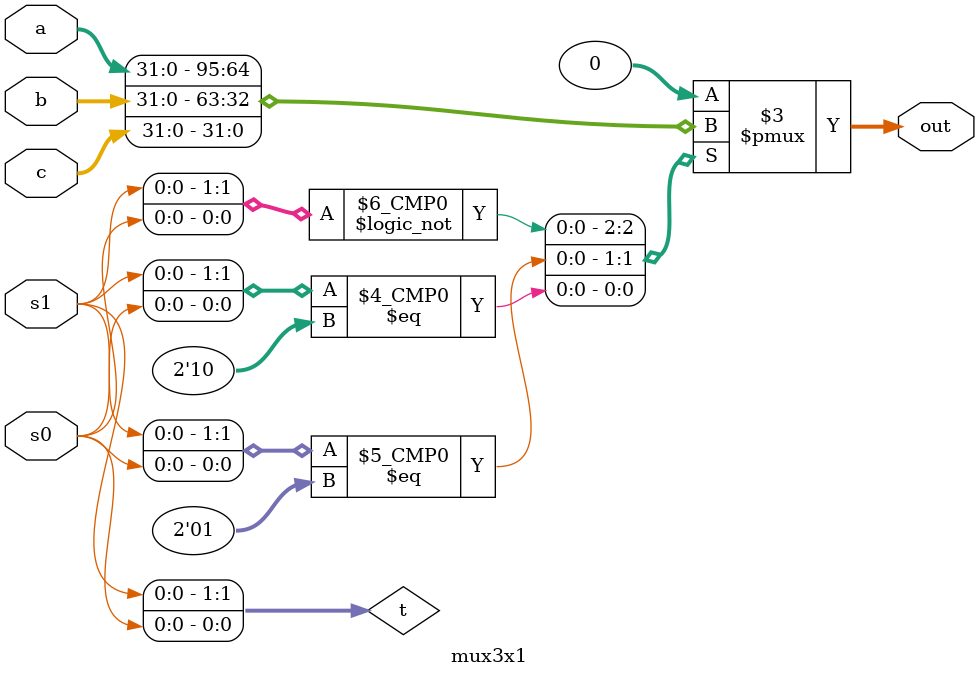
<source format=v>
`timescale 1ns / 1ns

module mux3x1(a,b,c,s0,s1,out);

input [31:0] a,b,c;
input s0, s1;
output reg [31:0] out;
wire [1:0] t;
assign t= {s1,s0};


always@(*)
begin

case (t)
2'b00 : out <= a;
2'b01 : out <= b;
2'b10 : out <= c;
default : out <= 0;
endcase

end

endmodule

</source>
